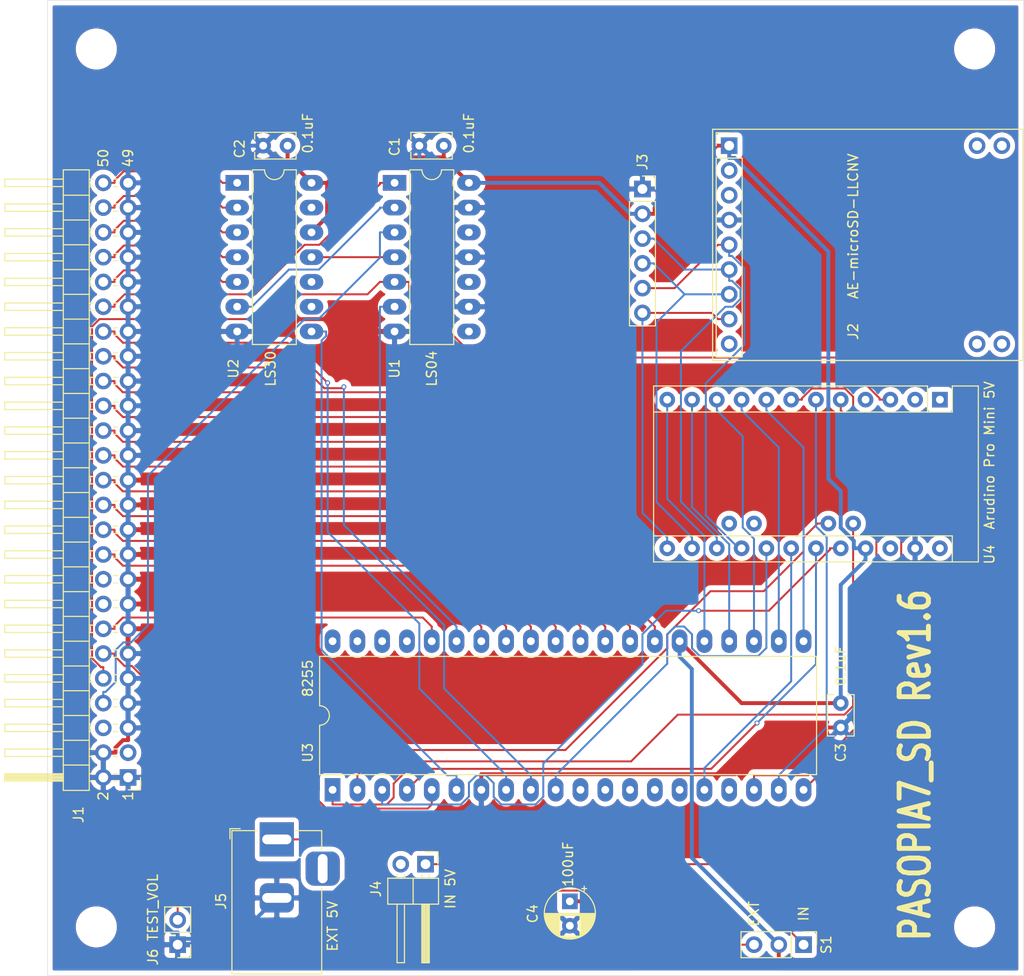
<source format=kicad_pcb>
(kicad_pcb (version 20171130) (host pcbnew "(5.1.9)-1")
  (layers (0 F.Cu signal) (31 B.Cu signal) (34 B.Paste user) (35 F.Paste user) (36 B.SilkS user hide) (37 F.SilkS user) (38 B.Mask user) (39 F.Mask user) (44 Edge.Cuts user))
  (net 0 "")
  (net 1 +5V)
  (net 2 GND)
  (net 3 "Net-(U1-Pad2)")
  (net 4 "Net-(U1-Pad6)")
  (net 5 "Net-(U2-Pad8)")
  (net 6 /SCK)
  (net 7 /MISO)
  (net 8 /MOSI)
  (net 9 /CS)
  (net 10 /CZIORQ)
  (net 11 /CZRST)
  (net 12 /CZRD)
  (net 13 /CZWR)
  (net 14 /CZDB0)
  (net 15 /CZDB1)
  (net 16 /CZDB2)
  (net 17 /CZDB3)
  (net 18 /CZDB4)
  (net 19 /CZDB5)
  (net 20 /CZDB6)
  (net 21 /CZDB7)
  (net 22 /CZAD0)
  (net 23 /CZAD1)
  (net 24 /CZAD2)
  (net 25 /CZAD3)
  (net 26 /CZAD4)
  (net 27 /CZAD5)
  (net 28 /CZAD6)
  (net 29 /CZAD7)
  (net 30 "Net-(U1-Pad4)")
  (net 31 "Net-(U3-Pad1)")
  (net 32 "Net-(U3-Pad21)")
  (net 33 "Net-(U3-Pad2)")
  (net 34 "Net-(U3-Pad22)")
  (net 35 "Net-(U3-Pad3)")
  (net 36 "Net-(U3-Pad23)")
  (net 37 "Net-(U3-Pad4)")
  (net 38 "Net-(U3-Pad24)")
  (net 39 "Net-(U3-Pad25)")
  (net 40 "Net-(U3-Pad10)")
  (net 41 "Net-(U3-Pad16)")
  (net 42 "Net-(U3-Pad18)")
  (net 43 "Net-(U3-Pad19)")
  (net 44 "Net-(U3-Pad20)")
  (net 45 "Net-(J4-Pad1)")
  (net 46 "Net-(J5-Pad1)")
  (module Capacitor_THT:C_Rect_L4.0mm_W2.5mm_P2.50mm (layer F.Cu) (at 168.91 127 270)
    (fp_text reference C3 (at 5.08 0 90 unlocked) (layer F.SilkS))
    (fp_text value 0.1uF (at -3.81 0 90 unlocked) (layer F.SilkS))
    (pad 1 thru_hole circle (at 0 0 270) (size 1.6 1.6) (drill 0.8) (layers *.Cu *.Mask) (net 1 +5V))
    (pad 2 thru_hole circle (at 2.5 0 270) (size 1.6 1.6) (drill 0.8) (layers *.Cu *.Mask) (net 2 GND))
  )
  (module Package_DIP:DIP-40_W15.24mm_LongPads (layer F.Cu) (at 116.84 135.89 90)
    (fp_text reference U3 (at 3.81 -2.54 90 unlocked) (layer F.SilkS))
    (fp_text value 8255 (at 11.43 -2.54 90 unlocked) (layer F.SilkS))
    (pad 1 thru_hole rect (at 0 0 90) (size 2.4 1.6) (drill 0.8) (layers *.Cu *.Mask) (net 31 "Net-(U3-Pad1)"))
    (pad 21 thru_hole oval (at 15.24 48.26 90) (size 2.4 1.6) (drill 0.8) (layers *.Cu *.Mask) (net 32 "Net-(U3-Pad21)"))
    (pad 2 thru_hole oval (at 0 2.54 90) (size 2.4 1.6) (drill 0.8) (layers *.Cu *.Mask) (net 33 "Net-(U3-Pad2)"))
    (pad 22 thru_hole oval (at 15.24 45.72 90) (size 2.4 1.6) (drill 0.8) (layers *.Cu *.Mask) (net 34 "Net-(U3-Pad22)"))
    (pad 3 thru_hole oval (at 0 5.08 90) (size 2.4 1.6) (drill 0.8) (layers *.Cu *.Mask) (net 35 "Net-(U3-Pad3)"))
    (pad 23 thru_hole oval (at 15.24 43.18 90) (size 2.4 1.6) (drill 0.8) (layers *.Cu *.Mask) (net 36 "Net-(U3-Pad23)"))
    (pad 4 thru_hole oval (at 0 7.62 90) (size 2.4 1.6) (drill 0.8) (layers *.Cu *.Mask) (net 37 "Net-(U3-Pad4)"))
    (pad 24 thru_hole oval (at 15.24 40.64 90) (size 2.4 1.6) (drill 0.8) (layers *.Cu *.Mask) (net 38 "Net-(U3-Pad24)"))
    (pad 5 thru_hole oval (at 0 10.16 90) (size 2.4 1.6) (drill 0.8) (layers *.Cu *.Mask) (net 12 /CZRD))
    (pad 25 thru_hole oval (at 15.24 38.1 90) (size 2.4 1.6) (drill 0.8) (layers *.Cu *.Mask) (net 39 "Net-(U3-Pad25)"))
    (pad 6 thru_hole oval (at 0 12.7 90) (size 2.4 1.6) (drill 0.8) (layers *.Cu *.Mask) (net 5 "Net-(U2-Pad8)"))
    (pad 26 thru_hole oval (at 15.24 35.56 90) (size 2.4 1.6) (drill 0.8) (layers *.Cu *.Mask) (net 1 +5V))
    (pad 7 thru_hole oval (at 0 15.24 90) (size 2.4 1.6) (drill 0.8) (layers *.Cu *.Mask) (net 2 GND))
    (pad 27 thru_hole oval (at 15.24 33.02 90) (size 2.4 1.6) (drill 0.8) (layers *.Cu *.Mask) (net 21 /CZDB7))
    (pad 8 thru_hole oval (at 0 17.78 90) (size 2.4 1.6) (drill 0.8) (layers *.Cu *.Mask) (net 23 /CZAD1))
    (pad 28 thru_hole oval (at 15.24 30.48 90) (size 2.4 1.6) (drill 0.8) (layers *.Cu *.Mask) (net 20 /CZDB6))
    (pad 9 thru_hole oval (at 0 20.32 90) (size 2.4 1.6) (drill 0.8) (layers *.Cu *.Mask) (net 22 /CZAD0))
    (pad 29 thru_hole oval (at 15.24 27.94 90) (size 2.4 1.6) (drill 0.8) (layers *.Cu *.Mask) (net 19 /CZDB5))
    (pad 10 thru_hole oval (at 0 22.86 90) (size 2.4 1.6) (drill 0.8) (layers *.Cu *.Mask) (net 40 "Net-(U3-Pad10)"))
    (pad 30 thru_hole oval (at 15.24 25.4 90) (size 2.4 1.6) (drill 0.8) (layers *.Cu *.Mask) (net 18 /CZDB4))
    (pad 11 thru_hole oval (at 0 25.4 90) (size 2.4 1.6) (drill 0.8) (layers *.Cu *.Mask))
    (pad 31 thru_hole oval (at 15.24 22.86 90) (size 2.4 1.6) (drill 0.8) (layers *.Cu *.Mask) (net 17 /CZDB3))
    (pad 12 thru_hole oval (at 0 27.94 90) (size 2.4 1.6) (drill 0.8) (layers *.Cu *.Mask))
    (pad 32 thru_hole oval (at 15.24 20.32 90) (size 2.4 1.6) (drill 0.8) (layers *.Cu *.Mask) (net 16 /CZDB2))
    (pad 13 thru_hole oval (at 0 30.48 90) (size 2.4 1.6) (drill 0.8) (layers *.Cu *.Mask))
    (pad 33 thru_hole oval (at 15.24 17.78 90) (size 2.4 1.6) (drill 0.8) (layers *.Cu *.Mask) (net 15 /CZDB1))
    (pad 14 thru_hole oval (at 0 33.02 90) (size 2.4 1.6) (drill 0.8) (layers *.Cu *.Mask))
    (pad 34 thru_hole oval (at 15.24 15.24 90) (size 2.4 1.6) (drill 0.8) (layers *.Cu *.Mask) (net 14 /CZDB0))
    (pad 15 thru_hole oval (at 0 35.56 90) (size 2.4 1.6) (drill 0.8) (layers *.Cu *.Mask))
    (pad 35 thru_hole oval (at 15.24 12.7 90) (size 2.4 1.6) (drill 0.8) (layers *.Cu *.Mask) (net 4 "Net-(U1-Pad6)"))
    (pad 16 thru_hole oval (at 0 38.1 90) (size 2.4 1.6) (drill 0.8) (layers *.Cu *.Mask) (net 41 "Net-(U3-Pad16)"))
    (pad 36 thru_hole oval (at 15.24 10.16 90) (size 2.4 1.6) (drill 0.8) (layers *.Cu *.Mask) (net 13 /CZWR))
    (pad 17 thru_hole oval (at 0 40.64 90) (size 2.4 1.6) (drill 0.8) (layers *.Cu *.Mask))
    (pad 37 thru_hole oval (at 15.24 7.62 90) (size 2.4 1.6) (drill 0.8) (layers *.Cu *.Mask))
    (pad 18 thru_hole oval (at 0 43.18 90) (size 2.4 1.6) (drill 0.8) (layers *.Cu *.Mask) (net 42 "Net-(U3-Pad18)"))
    (pad 38 thru_hole oval (at 15.24 5.08 90) (size 2.4 1.6) (drill 0.8) (layers *.Cu *.Mask))
    (pad 19 thru_hole oval (at 0 45.72 90) (size 2.4 1.6) (drill 0.8) (layers *.Cu *.Mask) (net 43 "Net-(U3-Pad19)"))
    (pad 39 thru_hole oval (at 15.24 2.54 90) (size 2.4 1.6) (drill 0.8) (layers *.Cu *.Mask))
    (pad 20 thru_hole oval (at 0 48.26 90) (size 2.4 1.6) (drill 0.8) (layers *.Cu *.Mask) (net 44 "Net-(U3-Pad20)"))
    (pad 40 thru_hole oval (at 15.24 0 90) (size 2.4 1.6) (drill 0.8) (layers *.Cu *.Mask))
  )
  (module MountingHole:MountingHole_3.2mm_M3 (layer F.Cu) (at 92.63 59.94)
    (fp_text reference MH4 hide)
    (fp_text value MountingHole_3.2mm_M3 hide)
    (pad 1 np_thru_hole circle (at 0 0) (size 3.2 3.2) (drill 3.2) (layers *.Cu *.Mask))
  )
  (module MountingHole:MountingHole_3.2mm_M3 (layer F.Cu) (at 182.63 59.94)
    (fp_text reference MH3 hide)
    (fp_text value MountingHole_3.2mm_M3 hide)
    (pad 1 np_thru_hole circle (at 0 0) (size 3.2 3.2) (drill 3.2) (layers *.Cu *.Mask))
  )
  (module MountingHole:MountingHole_3.2mm_M3 (layer F.Cu) (at 182.63 149.94)
    (fp_text reference MH2 hide)
    (fp_text value MountingHole_3.2mm_M3 hide)
    (pad 1 np_thru_hole circle (at 0 0) (size 3.2 3.2) (drill 3.2) (layers *.Cu *.Mask))
  )
  (module MountingHole:MountingHole_3.2mm_M3 (layer F.Cu) (at 92.63 149.94)
    (fp_text reference MH1 hide)
    (fp_text value MountingHole_3.2mm_M3 hide)
    (pad 1 np_thru_hole circle (at 0 0) (size 3.2 3.2) (drill 3.2) (layers *.Cu *.Mask))
  )
  (module Capacitor_THT:CP_Radial_D5.0mm_P2.50mm (layer F.Cu) (at 141.151 147.32 270)
    (fp_text reference C4 (at 1.27 3.81 90 unlocked) (layer F.SilkS))
    (fp_text value 100uF)
    (pad 1 thru_hole rect (at 0 0 270) (size 1.6 1.6) (drill 0.8) (layers *.Cu *.Mask) (net 1 +5V))
    (pad 2 thru_hole circle (at 2.5 0 270) (size 1.6 1.6) (drill 0.8) (layers *.Cu *.Mask) (net 2 GND))
  )
  (module Capacitor_THT:C_Rect_L4.0mm_W2.5mm_P2.50mm (layer F.Cu) (at 125.73 69.85)
    (fp_text reference C1 (at -2.54 0.105 90 unlocked) (layer F.SilkS))
    (fp_text value 0.1uF)
    (pad 1 thru_hole circle (at 0 0) (size 1.6 1.6) (drill 0.8) (layers *.Cu *.Mask) (net 2 GND))
    (pad 2 thru_hole circle (at 2.5 0) (size 1.6 1.6) (drill 0.8) (layers *.Cu *.Mask) (net 1 +5V))
  )
  (module Capacitor_THT:C_Rect_L4.0mm_W2.5mm_P2.50mm (layer F.Cu) (at 109.728 69.85)
    (fp_text reference C2 (at -2.413 0.317 90 unlocked) (layer F.SilkS))
    (fp_text value 0.1uF)
    (pad 2 thru_hole circle (at 2.5 0) (size 1.6 1.6) (drill 0.8) (layers *.Cu *.Mask) (net 1 +5V))
    (pad 1 thru_hole circle (at 0 0) (size 1.6 1.6) (drill 0.8) (layers *.Cu *.Mask) (net 2 GND))
  )
  (module Connector_PinHeader_2.54mm:PinHeader_2x25_P2.54mm_Horizontal (layer F.Cu) (at 95.885 134.62 180)
    (fp_text reference J1 (at 5.08 -3.81 90 unlocked) (layer F.SilkS))
    (fp_text value "PASOPIA7 BUS")
    (pad 50 thru_hole oval (at 2.54 60.96 180) (size 1.7 1.7) (drill 1) (layers *.Cu *.Mask) (net 29 /CZAD7))
    (pad 49 thru_hole oval (at 0 60.96 180) (size 1.7 1.7) (drill 1) (layers *.Cu *.Mask) (net 2 GND))
    (pad 48 thru_hole oval (at 2.54 58.42 180) (size 1.7 1.7) (drill 1) (layers *.Cu *.Mask) (net 28 /CZAD6))
    (pad 47 thru_hole oval (at 0 58.42 180) (size 1.7 1.7) (drill 1) (layers *.Cu *.Mask) (net 2 GND))
    (pad 46 thru_hole oval (at 2.54 55.88 180) (size 1.7 1.7) (drill 1) (layers *.Cu *.Mask) (net 27 /CZAD5))
    (pad 45 thru_hole oval (at 0 55.88 180) (size 1.7 1.7) (drill 1) (layers *.Cu *.Mask) (net 2 GND))
    (pad 44 thru_hole oval (at 2.54 53.34 180) (size 1.7 1.7) (drill 1) (layers *.Cu *.Mask) (net 26 /CZAD4))
    (pad 43 thru_hole oval (at 0 53.34 180) (size 1.7 1.7) (drill 1) (layers *.Cu *.Mask) (net 2 GND))
    (pad 42 thru_hole oval (at 2.54 50.8 180) (size 1.7 1.7) (drill 1) (layers *.Cu *.Mask) (net 25 /CZAD3))
    (pad 41 thru_hole oval (at 0 50.8 180) (size 1.7 1.7) (drill 1) (layers *.Cu *.Mask) (net 2 GND))
    (pad 40 thru_hole oval (at 2.54 48.26 180) (size 1.7 1.7) (drill 1) (layers *.Cu *.Mask) (net 24 /CZAD2))
    (pad 39 thru_hole oval (at 0 48.26 180) (size 1.7 1.7) (drill 1) (layers *.Cu *.Mask) (net 2 GND))
    (pad 38 thru_hole oval (at 2.54 45.72 180) (size 1.7 1.7) (drill 1) (layers *.Cu *.Mask) (net 23 /CZAD1))
    (pad 37 thru_hole oval (at 0 45.72 180) (size 1.7 1.7) (drill 1) (layers *.Cu *.Mask) (net 2 GND))
    (pad 36 thru_hole oval (at 2.54 43.18 180) (size 1.7 1.7) (drill 1) (layers *.Cu *.Mask) (net 22 /CZAD0))
    (pad 35 thru_hole oval (at 0 43.18 180) (size 1.7 1.7) (drill 1) (layers *.Cu *.Mask) (net 2 GND))
    (pad 34 thru_hole oval (at 2.54 40.64 180) (size 1.7 1.7) (drill 1) (layers *.Cu *.Mask) (net 21 /CZDB7))
    (pad 33 thru_hole oval (at 0 40.64 180) (size 1.7 1.7) (drill 1) (layers *.Cu *.Mask) (net 2 GND))
    (pad 32 thru_hole oval (at 2.54 38.1 180) (size 1.7 1.7) (drill 1) (layers *.Cu *.Mask) (net 20 /CZDB6))
    (pad 31 thru_hole oval (at 0 38.1 180) (size 1.7 1.7) (drill 1) (layers *.Cu *.Mask) (net 2 GND))
    (pad 30 thru_hole oval (at 2.54 35.56 180) (size 1.7 1.7) (drill 1) (layers *.Cu *.Mask) (net 19 /CZDB5))
    (pad 29 thru_hole oval (at 0 35.56 180) (size 1.7 1.7) (drill 1) (layers *.Cu *.Mask) (net 2 GND))
    (pad 28 thru_hole oval (at 2.54 33.02 180) (size 1.7 1.7) (drill 1) (layers *.Cu *.Mask) (net 18 /CZDB4))
    (pad 27 thru_hole oval (at 0 33.02 180) (size 1.7 1.7) (drill 1) (layers *.Cu *.Mask) (net 2 GND))
    (pad 26 thru_hole oval (at 2.54 30.48 180) (size 1.7 1.7) (drill 1) (layers *.Cu *.Mask) (net 17 /CZDB3))
    (pad 25 thru_hole oval (at 0 30.48 180) (size 1.7 1.7) (drill 1) (layers *.Cu *.Mask) (net 2 GND))
    (pad 24 thru_hole oval (at 2.54 27.94 180) (size 1.7 1.7) (drill 1) (layers *.Cu *.Mask) (net 16 /CZDB2))
    (pad 23 thru_hole oval (at 0 27.94 180) (size 1.7 1.7) (drill 1) (layers *.Cu *.Mask) (net 2 GND))
    (pad 22 thru_hole oval (at 2.54 25.4 180) (size 1.7 1.7) (drill 1) (layers *.Cu *.Mask) (net 15 /CZDB1))
    (pad 21 thru_hole oval (at 0 25.4 180) (size 1.7 1.7) (drill 1) (layers *.Cu *.Mask) (net 2 GND))
    (pad 20 thru_hole oval (at 2.54 22.86 180) (size 1.7 1.7) (drill 1) (layers *.Cu *.Mask) (net 14 /CZDB0))
    (pad 19 thru_hole oval (at 0 22.86 180) (size 1.7 1.7) (drill 1) (layers *.Cu *.Mask) (net 2 GND))
    (pad 18 thru_hole oval (at 2.54 20.32 180) (size 1.7 1.7) (drill 1) (layers *.Cu *.Mask))
    (pad 17 thru_hole oval (at 0 20.32 180) (size 1.7 1.7) (drill 1) (layers *.Cu *.Mask) (net 2 GND))
    (pad 16 thru_hole oval (at 2.54 17.78 180) (size 1.7 1.7) (drill 1) (layers *.Cu *.Mask))
    (pad 15 thru_hole oval (at 0 17.78 180) (size 1.7 1.7) (drill 1) (layers *.Cu *.Mask) (net 2 GND))
    (pad 14 thru_hole oval (at 2.54 15.24 180) (size 1.7 1.7) (drill 1) (layers *.Cu *.Mask) (net 13 /CZWR))
    (pad 13 thru_hole oval (at 0 15.24 180) (size 1.7 1.7) (drill 1) (layers *.Cu *.Mask) (net 2 GND))
    (pad 12 thru_hole oval (at 2.54 12.7 180) (size 1.7 1.7) (drill 1) (layers *.Cu *.Mask) (net 12 /CZRD))
    (pad 11 thru_hole oval (at 0 12.7 180) (size 1.7 1.7) (drill 1) (layers *.Cu *.Mask) (net 2 GND))
    (pad 10 thru_hole oval (at 2.54 10.16 180) (size 1.7 1.7) (drill 1) (layers *.Cu *.Mask) (net 11 /CZRST))
    (pad 9 thru_hole oval (at 0 10.16 180) (size 1.7 1.7) (drill 1) (layers *.Cu *.Mask) (net 2 GND))
    (pad 8 thru_hole oval (at 2.54 7.62 180) (size 1.7 1.7) (drill 1) (layers *.Cu *.Mask) (net 10 /CZIORQ))
    (pad 7 thru_hole oval (at 0 7.62 180) (size 1.7 1.7) (drill 1) (layers *.Cu *.Mask) (net 2 GND))
    (pad 6 thru_hole oval (at 2.54 5.08 180) (size 1.7 1.7) (drill 1) (layers *.Cu *.Mask))
    (pad 5 thru_hole oval (at 0 5.08 180) (size 1.7 1.7) (drill 1) (layers *.Cu *.Mask) (net 2 GND))
    (pad 4 thru_hole oval (at 2.54 2.54 180) (size 1.7 1.7) (drill 1) (layers *.Cu *.Mask) (net 2 GND))
    (pad 3 thru_hole oval (at 0 2.54 180) (size 1.7 1.7) (drill 1) (layers *.Cu *.Mask))
    (pad 2 thru_hole oval (at 2.54 0 180) (size 1.7 1.7) (drill 1) (layers *.Cu *.Mask) (net 2 GND))
    (pad 1 thru_hole rect (at 0 0 180) (size 1.7 1.7) (drill 1) (layers *.Cu *.Mask) (net 2 GND))
  )
  (module Package_DIP:DIP-14_W7.62mm_LongPads (layer F.Cu) (at 107.061 73.66)
    (fp_text reference U2 (at -0.381 19.05 90 unlocked) (layer F.SilkS))
    (fp_text value 74LS30)
    (pad 1 thru_hole rect (at 0 0) (size 2.4 1.6) (drill 0.8) (layers *.Cu *.Mask) (net 29 /CZAD7))
    (pad 8 thru_hole oval (at 7.62 15.24) (size 2.4 1.6) (drill 0.8) (layers *.Cu *.Mask) (net 5 "Net-(U2-Pad8)"))
    (pad 2 thru_hole oval (at 0 2.54) (size 2.4 1.6) (drill 0.8) (layers *.Cu *.Mask) (net 28 /CZAD6))
    (pad 9 thru_hole oval (at 7.62 12.7) (size 2.4 1.6) (drill 0.8) (layers *.Cu *.Mask))
    (pad 3 thru_hole oval (at 0 5.08) (size 2.4 1.6) (drill 0.8) (layers *.Cu *.Mask) (net 27 /CZAD5))
    (pad 10 thru_hole oval (at 7.62 10.16) (size 2.4 1.6) (drill 0.8) (layers *.Cu *.Mask))
    (pad 4 thru_hole oval (at 0 7.62) (size 2.4 1.6) (drill 0.8) (layers *.Cu *.Mask) (net 26 /CZAD4))
    (pad 11 thru_hole oval (at 7.62 7.62) (size 2.4 1.6) (drill 0.8) (layers *.Cu *.Mask) (net 30 "Net-(U1-Pad4)"))
    (pad 5 thru_hole oval (at 0 10.16) (size 2.4 1.6) (drill 0.8) (layers *.Cu *.Mask) (net 25 /CZAD3))
    (pad 12 thru_hole oval (at 7.62 5.08) (size 2.4 1.6) (drill 0.8) (layers *.Cu *.Mask) (net 1 +5V))
    (pad 6 thru_hole oval (at 0 12.7) (size 2.4 1.6) (drill 0.8) (layers *.Cu *.Mask) (net 3 "Net-(U1-Pad2)"))
    (pad 13 thru_hole oval (at 7.62 2.54) (size 2.4 1.6) (drill 0.8) (layers *.Cu *.Mask))
    (pad 7 thru_hole oval (at 0 15.24) (size 2.4 1.6) (drill 0.8) (layers *.Cu *.Mask) (net 2 GND))
    (pad 14 thru_hole oval (at 7.62 0) (size 2.4 1.6) (drill 0.8) (layers *.Cu *.Mask) (net 1 +5V))
  )
  (module Kicad:AE-microSD-LLCNV (layer F.Cu) (at 157.48 90.17 180)
    (fp_text reference J2 (at -12.7 1.27 90) (layer F.SilkS))
    (fp_text value Micro_SD_Card_Kit hide)
    (fp_text user AE-microSD-LLCNV (at -12.7 12.065 90 unlocked) (layer F.SilkS))
    (pad 1 thru_hole rect (at 0 20.32) (size 1.7 1.7) (drill 1) (layers *.Cu *.Mask) (net 1 +5V))
    (pad 2 thru_hole oval (at 0 17.78) (size 1.7 1.7) (drill 1) (layers *.Cu *.Mask))
    (pad 3 thru_hole oval (at 0 15.24) (size 1.7 1.7) (drill 1) (layers *.Cu *.Mask))
    (pad 4 thru_hole oval (at 0 12.7) (size 1.7 1.7) (drill 1) (layers *.Cu *.Mask) (net 2 GND))
    (pad 5 thru_hole oval (at 0 10.16) (size 1.7 1.7) (drill 1) (layers *.Cu *.Mask) (net 6 /SCK))
    (pad 6 thru_hole oval (at 0 7.62) (size 1.7 1.7) (drill 1) (layers *.Cu *.Mask) (net 7 /MISO))
    (pad 7 thru_hole oval (at 0 5.08) (size 1.7 1.7) (drill 1) (layers *.Cu *.Mask) (net 8 /MOSI))
    (pad 8 thru_hole oval (at 0 2.54) (size 1.7 1.7) (drill 1) (layers *.Cu *.Mask) (net 9 /CS))
    (pad 9 thru_hole oval (at 0 0) (size 1.7 1.7) (drill 1) (layers *.Cu *.Mask))
    (pad "" thru_hole oval (at -27.94 0 180) (size 1.7 1.7) (drill 1) (layers *.Cu *.Mask))
    (pad "" thru_hole oval (at -25.4 0 180) (size 1.7 1.7) (drill 1) (layers *.Cu *.Mask))
    (pad "" thru_hole oval (at -27.94 20.32 180) (size 1.7 1.7) (drill 1) (layers *.Cu *.Mask))
    (pad "" thru_hole oval (at -25.4 20.32 180) (size 1.7 1.7) (drill 1) (layers *.Cu *.Mask))
  )
  (module Kicad:Arduino_Pro_Mini (layer F.Cu) (at 179.07 95.885 270)
    (fp_text reference U4 (at 15.875 -5.08 270) (layer F.SilkS))
    (fp_text value Arduino_Pro_Mini_5V)
    (pad 1 thru_hole rect (at 0 0 270) (size 1.6 1.6) (drill 0.8) (layers *.Cu *.Mask))
    (pad 2 thru_hole oval (at 0 2.54 270) (size 1.6 1.6) (drill 0.8) (layers *.Cu *.Mask))
    (pad 3 thru_hole oval (at 0 5.08 270) (size 1.6 1.6) (drill 0.8) (layers *.Cu *.Mask) (net 11 /CZRST))
    (pad 13 thru_hole oval (at 15.24 27.94 270) (size 1.6 1.6) (drill 0.8) (layers *.Cu *.Mask) (net 9 /CS))
    (pad 4 thru_hole oval (at 0 7.62 270) (size 1.6 1.6) (drill 0.8) (layers *.Cu *.Mask))
    (pad 14 thru_hole oval (at 15.24 25.4 270) (size 1.6 1.6) (drill 0.8) (layers *.Cu *.Mask) (net 8 /MOSI))
    (pad 5 thru_hole oval (at 0 10.16 270) (size 1.6 1.6) (drill 0.8) (layers *.Cu *.Mask) (net 42 "Net-(U3-Pad18)"))
    (pad 15 thru_hole oval (at 15.24 22.86 270) (size 1.6 1.6) (drill 0.8) (layers *.Cu *.Mask) (net 7 /MISO))
    (pad 6 thru_hole oval (at 0 12.7 270) (size 1.6 1.6) (drill 0.8) (layers *.Cu *.Mask) (net 43 "Net-(U3-Pad19)"))
    (pad 16 thru_hole oval (at 15.24 20.32 270) (size 1.6 1.6) (drill 0.8) (layers *.Cu *.Mask) (net 6 /SCK))
    (pad 7 thru_hole oval (at 0 15.24 270) (size 1.6 1.6) (drill 0.8) (layers *.Cu *.Mask) (net 44 "Net-(U3-Pad20)"))
    (pad 17 thru_hole oval (at 15.24 17.78 270) (size 1.6 1.6) (drill 0.8) (layers *.Cu *.Mask) (net 40 "Net-(U3-Pad10)"))
    (pad 8 thru_hole oval (at 0 17.78 270) (size 1.6 1.6) (drill 0.8) (layers *.Cu *.Mask) (net 32 "Net-(U3-Pad21)"))
    (pad 18 thru_hole oval (at 15.24 15.24 270) (size 1.6 1.6) (drill 0.8) (layers *.Cu *.Mask) (net 41 "Net-(U3-Pad16)"))
    (pad 9 thru_hole oval (at 0 20.32 270) (size 1.6 1.6) (drill 0.8) (layers *.Cu *.Mask) (net 34 "Net-(U3-Pad22)"))
    (pad 19 thru_hole oval (at 15.24 12.7 270) (size 1.6 1.6) (drill 0.8) (layers *.Cu *.Mask) (net 37 "Net-(U3-Pad4)"))
    (pad 10 thru_hole oval (at 0 22.86 270) (size 1.6 1.6) (drill 0.8) (layers *.Cu *.Mask) (net 36 "Net-(U3-Pad23)"))
    (pad 20 thru_hole oval (at 15.24 10.16 270) (size 1.6 1.6) (drill 0.8) (layers *.Cu *.Mask) (net 35 "Net-(U3-Pad3)"))
    (pad 11 thru_hole oval (at 0 25.4 270) (size 1.6 1.6) (drill 0.8) (layers *.Cu *.Mask) (net 38 "Net-(U3-Pad24)"))
    (pad 21 thru_hole oval (at 15.24 7.62 270) (size 1.6 1.6) (drill 0.8) (layers *.Cu *.Mask) (net 1 +5V))
    (pad 12 thru_hole oval (at 0 27.94 270) (size 1.6 1.6) (drill 0.8) (layers *.Cu *.Mask) (net 39 "Net-(U3-Pad25)"))
    (pad 22 thru_hole oval (at 15.24 5.08 270) (size 1.6 1.6) (drill 0.8) (layers *.Cu *.Mask))
    (pad 23 thru_hole oval (at 15.24 2.54 270) (size 1.6 1.6) (drill 0.8) (layers *.Cu *.Mask) (net 2 GND))
    (pad 24 thru_hole oval (at 15.24 0 270) (size 1.6 1.6) (drill 0.8) (layers *.Cu *.Mask))
    (pad A5 thru_hole oval (at 12.7 8.89 270) (size 1.6 1.6) (drill 0.8) (layers *.Cu *.Mask) (net 31 "Net-(U3-Pad1)"))
    (pad A4 thru_hole oval (at 12.7 11.43 270) (size 1.6 1.6) (drill 0.8) (layers *.Cu *.Mask) (net 33 "Net-(U3-Pad2)"))
    (pad A7 thru_hole oval (at 12.7 19.05 270) (size 1.6 1.6) (drill 0.8) (layers *.Cu *.Mask))
    (pad A6 thru_hole oval (at 12.7 21.59 270) (size 1.6 1.6) (drill 0.8) (layers *.Cu *.Mask))
  )
  (module Connector_PinSocket_2.54mm:PinSocket_1x06_P2.54mm_Vertical (layer F.Cu) (at 148.59 74.295)
    (fp_text reference J3 (at 0 -2.77 90 unlocked) (layer F.SilkS))
    (fp_text value "MicroSD Card Adapter")
    (pad 1 thru_hole rect (at 0 0) (size 1.7 1.7) (drill 1) (layers *.Cu *.Mask) (net 2 GND))
    (pad 2 thru_hole oval (at 0 2.54) (size 1.7 1.7) (drill 1) (layers *.Cu *.Mask) (net 1 +5V))
    (pad 3 thru_hole oval (at 0 5.08) (size 1.7 1.7) (drill 1) (layers *.Cu *.Mask) (net 7 /MISO))
    (pad 4 thru_hole oval (at 0 7.62) (size 1.7 1.7) (drill 1) (layers *.Cu *.Mask) (net 8 /MOSI))
    (pad 5 thru_hole oval (at 0 10.16) (size 1.7 1.7) (drill 1) (layers *.Cu *.Mask) (net 6 /SCK))
    (pad 6 thru_hole oval (at 0 12.7) (size 1.7 1.7) (drill 1) (layers *.Cu *.Mask) (net 9 /CS))
  )
  (module Connector_PinHeader_2.54mm:PinHeader_1x02_P2.54mm_Horizontal (layer F.Cu) (at 126.365 143.51 270)
    (fp_text reference J4 (at 2.54 5.08 90) (layer F.SilkS))
    (fp_text value "IN 5V")
    (pad 1 thru_hole rect (at 0 0 270) (size 1.7 1.7) (drill 1) (layers *.Cu *.Mask) (net 45 "Net-(J4-Pad1)"))
    (pad 2 thru_hole oval (at 0 2.54 270) (size 1.7 1.7) (drill 1) (layers *.Cu *.Mask))
  )
  (module Package_DIP:DIP-14_W7.62mm_LongPads (layer F.Cu) (at 123.19 73.66)
    (fp_text reference U1 (at 0 19.05 90 unlocked) (layer F.SilkS))
    (fp_text value 74LS04)
    (pad 1 thru_hole rect (at 0 0) (size 2.4 1.6) (drill 0.8) (layers *.Cu *.Mask) (net 24 /CZAD2))
    (pad 8 thru_hole oval (at 7.62 15.24) (size 2.4 1.6) (drill 0.8) (layers *.Cu *.Mask))
    (pad 2 thru_hole oval (at 0 2.54) (size 2.4 1.6) (drill 0.8) (layers *.Cu *.Mask) (net 3 "Net-(U1-Pad2)"))
    (pad 9 thru_hole oval (at 7.62 12.7) (size 2.4 1.6) (drill 0.8) (layers *.Cu *.Mask) (net 2 GND))
    (pad 3 thru_hole oval (at 0 5.08) (size 2.4 1.6) (drill 0.8) (layers *.Cu *.Mask) (net 10 /CZIORQ))
    (pad 10 thru_hole oval (at 7.62 10.16) (size 2.4 1.6) (drill 0.8) (layers *.Cu *.Mask))
    (pad 4 thru_hole oval (at 0 7.62) (size 2.4 1.6) (drill 0.8) (layers *.Cu *.Mask) (net 30 "Net-(U1-Pad4)"))
    (pad 11 thru_hole oval (at 7.62 7.62) (size 2.4 1.6) (drill 0.8) (layers *.Cu *.Mask) (net 2 GND))
    (pad 5 thru_hole oval (at 0 10.16) (size 2.4 1.6) (drill 0.8) (layers *.Cu *.Mask) (net 11 /CZRST))
    (pad 12 thru_hole oval (at 7.62 5.08) (size 2.4 1.6) (drill 0.8) (layers *.Cu *.Mask))
    (pad 6 thru_hole oval (at 0 12.7) (size 2.4 1.6) (drill 0.8) (layers *.Cu *.Mask) (net 4 "Net-(U1-Pad6)"))
    (pad 13 thru_hole oval (at 7.62 2.54) (size 2.4 1.6) (drill 0.8) (layers *.Cu *.Mask) (net 2 GND))
    (pad 7 thru_hole oval (at 0 15.24) (size 2.4 1.6) (drill 0.8) (layers *.Cu *.Mask) (net 2 GND))
    (pad 14 thru_hole oval (at 7.62 0) (size 2.4 1.6) (drill 0.8) (layers *.Cu *.Mask) (net 1 +5V))
  )
  (module Connector_BarrelJack:BarrelJack_Horizontal (layer F.Cu) (at 111.125 140.97 90)
    (fp_text reference J5 (at -6.35 -5.715 90) (layer F.SilkS))
    (fp_text value "EXT 5V")
    (pad 1 thru_hole rect (at 0 0 90) (size 3.5 3.5) (drill oval 1 3) (layers *.Cu *.Mask) (net 46 "Net-(J5-Pad1)"))
    (pad 2 thru_hole roundrect (at -6 0 90) (size 3 3.5) (drill oval 1 3) (layers *.Cu *.Mask) (net 2 GND))
    (pad 3 thru_hole roundrect (at -3 4.7 90) (size 3.5 3.5) (drill oval 3 1) (layers *.Cu *.Mask))
  )
  (module Connector_PinHeader_2.54mm:PinHeader_1x03_P2.54mm_Vertical (layer F.Cu) (at 165.1 151.765 270)
    (fp_text reference S1 (at 0 -2.33 90) (layer F.SilkS))
    (fp_text value "IN / OUT")
    (pad 1 thru_hole rect (at 0 0 270) (size 1.7 1.7) (drill 1) (layers *.Cu *.Mask) (net 45 "Net-(J4-Pad1)"))
    (pad 2 thru_hole oval (at 0 2.54 270) (size 1.7 1.7) (drill 1) (layers *.Cu *.Mask) (net 1 +5V))
    (pad 3 thru_hole oval (at 0 5.08 270) (size 1.7 1.7) (drill 1) (layers *.Cu *.Mask) (net 46 "Net-(J5-Pad1)"))
  )
  (module Connector_PinHeader_2.54mm:PinHeader_1x02_P2.54mm_Vertical (layer F.Cu) (at 100.965 151.765 180)
    (fp_text reference J6 (at 2.54 -1.27 90) (layer F.SilkS))
    (fp_text value TEST_VOL)
    (pad 1 thru_hole rect (at 0 0 180) (size 1.7 1.7) (drill 1) (layers *.Cu *.Mask) (net 2 GND))
    (pad 2 thru_hole oval (at 0 2.54 180) (size 1.7 1.7) (drill 1) (layers *.Cu *.Mask) (net 12 /CZRD))
  )
  (gr_text TEST_VOL (at 98.425 147.955 90) (layer F.SilkS) (effects (font (size 1 1))))
  (gr_text 49 (at 95.885 71.12 90) (layer F.SilkS) (effects (font (size 1 1))))
  (gr_text 50 (at 93.345 71.12 90) (layer F.SilkS) (effects (font (size 1 1))))
  (gr_text 2 (at 93.345 136.525 90) (layer F.SilkS) (effects (font (size 1 1))))
  (gr_text 1 (at 95.885 136.525 90) (layer F.SilkS) (effects (font (size 1 1))))
  (gr_text LS04 (at 127 92.71 90) (layer F.SilkS) (effects (font (size 1 1))))
  (gr_text "Arudino Pro Mini 5V" (at 184.15 101.6 90) (layer F.SilkS) (effects (font (size 1 1))))
  (gr_text IN (at 165.1 148.59 90) (layer F.SilkS) (effects (font (size 1 1))))
  (gr_text EXT (at 160.02 148.59 90) (layer F.SilkS) (effects (font (size 1 1))))
  (gr_text "EXT 5V" (at 116.84 149.86 90) (layer F.SilkS) (effects (font (size 1 1))))
  (gr_text "IN 5V" (at 128.905 146.05 90) (layer F.SilkS) (effects (font (size 1 1))))
  (gr_text 100uF (at 140.97 143.51 90) (layer F.SilkS) (effects (font (size 1 1))))
  (gr_text 0.1uF (at 130.81 68.58 90) (layer F.SilkS) (effects (font (size 1 1))))
  (gr_text 0.1uF (at 114.3 68.58 90) (layer F.SilkS) (effects (font (size 1 1))))
  (gr_text LS30 (at 110.49 92.71 90) (layer F.SilkS) (effects (font (size 1 1))))
  (gr_text "PASOPIA7_SD Rev1.6" (at 176.53 133.35 90) (layer F.SilkS) (effects (font (size 3 2.3) (thickness 0.5))))
  (gr_line (start 87.63 54.94) (end 87.63 154.94) (layer Edge.Cuts) (width 0.05))
  (gr_line (start 187.63 154.94) (end 187.63 54.94) (layer Edge.Cuts) (width 0.05))
  (gr_line (start 87.63 154.94) (end 187.63 154.94) (layer Edge.Cuts) (width 0.05))
  (gr_line (start 187.63 54.94) (end 87.63 54.94) (layer Edge.Cuts) (width 0.05))
  (segment (start 168.91 127) (end 158.75 127) (width 0.4) (layer F.Cu) (net 1))
  (segment (start 158.75 127) (end 152.4 120.65) (width 0.4) (layer F.Cu) (net 1))
  (segment (start 112.228 69.85) (end 112.228 71.207) (width 0.4) (layer F.Cu) (net 1))
  (segment (start 112.228 71.207) (end 114.681 73.66) (width 0.4) (layer F.Cu) (net 1))
  (segment (start 168.91 127) (end 168.91 114.865) (width 0.4) (layer B.Cu) (net 1))
  (segment (start 168.91 114.865) (end 171.45 112.325) (width 0.4) (layer B.Cu) (net 1))
  (segment (start 171.45 112.325) (end 171.45 111.125) (width 0.4) (layer B.Cu) (net 1))
  (segment (start 152.4 120.65) (end 152.4 122.25) (width 0.4) (layer B.Cu) (net 1))
  (segment (start 152.4 122.25) (end 153.65 123.501) (width 0.4) (layer B.Cu) (net 1))
  (segment (start 128.23 69.85) (end 128.23 71.0504) (width 0.4) (layer F.Cu) (net 1))
  (segment (start 128.23 71.0504) (end 128.23 71.08) (width 0.4) (layer F.Cu) (net 1))
  (segment (start 128.23 71.08) (end 130.81 73.66) (width 0.4) (layer F.Cu) (net 1))
  (segment (start 128.23 71.0504) (end 118.891 71.0504) (width 0.4) (layer F.Cu) (net 1))
  (segment (start 118.891 71.0504) (end 116.281 73.66) (width 0.4) (layer F.Cu) (net 1))
  (segment (start 114.681 73.66) (end 116.281 73.66) (width 0.4) (layer F.Cu) (net 1))
  (segment (start 116.281 73.66) (end 116.281 77.1397) (width 0.4) (layer F.Cu) (net 1))
  (segment (start 116.281 77.1397) (end 114.681 78.74) (width 0.4) (layer F.Cu) (net 1))
  (segment (start 130.81 73.66) (end 144.165 73.66) (width 0.4) (layer B.Cu) (net 1))
  (segment (start 144.165 73.66) (end 147.34 76.835) (width 0.4) (layer B.Cu) (net 1))
  (segment (start 147.34 76.835) (end 148.59 76.835) (width 0.4) (layer B.Cu) (net 1))
  (segment (start 157.48 69.85) (end 156.23 69.85) (width 0.4) (layer F.Cu) (net 1))
  (segment (start 156.23 69.85) (end 149.84 76.2394) (width 0.4) (layer F.Cu) (net 1))
  (segment (start 149.84 76.2394) (end 149.84 76.835) (width 0.4) (layer F.Cu) (net 1))
  (segment (start 149.84 76.835) (end 148.59 76.835) (width 0.4) (layer F.Cu) (net 1))
  (segment (start 157.48 69.85) (end 157.48 71.1003) (width 0.4) (layer B.Cu) (net 1))
  (segment (start 157.48 71.1003) (end 158.027 71.1003) (width 0.4) (layer B.Cu) (net 1))
  (segment (start 158.027 71.1003) (end 167.64 80.7133) (width 0.4) (layer B.Cu) (net 1))
  (segment (start 167.64 80.7133) (end 167.64 104.005) (width 0.4) (layer B.Cu) (net 1))
  (segment (start 167.64 104.005) (end 168.91 105.275) (width 0.4) (layer B.Cu) (net 1))
  (segment (start 168.91 105.275) (end 168.91 109.021) (width 0.4) (layer B.Cu) (net 1))
  (segment (start 168.91 109.021) (end 170.25 110.36) (width 0.4) (layer B.Cu) (net 1))
  (segment (start 170.25 110.36) (end 170.25 111.125) (width 0.4) (layer B.Cu) (net 1))
  (segment (start 170.25 111.125) (end 171.45 111.125) (width 0.4) (layer B.Cu) (net 1))
  (segment (start 153.65 142.855) (end 162.56 151.765) (width 0.4) (layer B.Cu) (net 1))
  (segment (start 153.65 123.501) (end 153.65 142.855) (width 0.4) (layer B.Cu) (net 1))
  (segment (start 162.56 153.289) (end 162.56 151.765) (width 0.4) (layer F.Cu) (net 1))
  (segment (start 162.179 153.67) (end 162.56 153.289) (width 0.4) (layer F.Cu) (net 1))
  (segment (start 148.717 153.67) (end 162.179 153.67) (width 0.4) (layer F.Cu) (net 1))
  (segment (start 148.0803 153.0333) (end 148.717 153.67) (width 0.4) (layer F.Cu) (net 1))
  (segment (start 148.0646 153.0333) (end 148.0803 153.0333) (width 0.4) (layer F.Cu) (net 1))
  (segment (start 142.3513 147.32) (end 148.0646 153.0333) (width 0.4) (layer F.Cu) (net 1))
  (segment (start 141.151 147.32) (end 142.3513 147.32) (width 0.4) (layer F.Cu) (net 1))
  (segment (start 132.08 138.2603) (end 134.3244 138.2603) (width 0.4) (layer B.Cu) (net 2))
  (segment (start 134.3244 138.2603) (end 142.3694 146.3053) (width 0.4) (layer B.Cu) (net 2))
  (segment (start 142.3694 146.3053) (end 142.3694 148.6016) (width 0.4) (layer B.Cu) (net 2))
  (segment (start 142.3694 148.6016) (end 141.151 149.82) (width 0.4) (layer B.Cu) (net 2))
  (segment (start 111.125 146.97) (end 116.3987 146.97) (width 0.4) (layer B.Cu) (net 2))
  (segment (start 116.3987 146.97) (end 125.1084 138.2603) (width 0.4) (layer B.Cu) (net 2))
  (segment (start 125.1084 138.2603) (end 132.08 138.2603) (width 0.4) (layer B.Cu) (net 2))
  (segment (start 132.08 138.2603) (end 132.08 137.4903) (width 0.4) (layer B.Cu) (net 2))
  (segment (start 100.965 151.1668) (end 106.9282 151.1668) (width 0.4) (layer B.Cu) (net 2))
  (segment (start 106.9282 151.1668) (end 111.125 146.97) (width 0.4) (layer B.Cu) (net 2))
  (segment (start 132.08 135.89) (end 132.08 137.4903) (width 0.4) (layer B.Cu) (net 2))
  (segment (start 100.965 151.1668) (end 100.965 150.515) (width 0.4) (layer B.Cu) (net 2))
  (segment (start 100.965 150.515) (end 100.418 150.515) (width 0.4) (layer B.Cu) (net 2))
  (segment (start 100.418 150.515) (end 95.885 145.982) (width 0.4) (layer B.Cu) (net 2))
  (segment (start 95.885 145.982) (end 95.885 134.62) (width 0.4) (layer B.Cu) (net 2))
  (segment (start 100.965 151.765) (end 100.965 151.1668) (width 0.4) (layer B.Cu) (net 2))
  (segment (start 132.08 135.89) (end 132.08 134.29) (width 0.4) (layer F.Cu) (net 2))
  (segment (start 132.08 134.29) (end 158.062 134.29) (width 0.4) (layer F.Cu) (net 2))
  (segment (start 158.062 134.29) (end 162.852 129.5) (width 0.4) (layer F.Cu) (net 2))
  (segment (start 162.852 129.5) (end 168.91 129.5) (width 0.4) (layer F.Cu) (net 2))
  (segment (start 93.345 134.62) (end 93.345 132.08) (width 0.4) (layer B.Cu) (net 2))
  (segment (start 93.345 132.08) (end 94.5953 132.08) (width 0.4) (layer F.Cu) (net 2))
  (segment (start 94.5953 132.08) (end 94.5953 131.562) (width 0.4) (layer F.Cu) (net 2))
  (segment (start 94.5953 131.562) (end 95.3669 130.79) (width 0.4) (layer F.Cu) (net 2))
  (segment (start 95.3669 130.79) (end 95.885 130.79) (width 0.4) (layer F.Cu) (net 2))
  (segment (start 95.885 130.79) (end 95.885 129.54) (width 0.4) (layer F.Cu) (net 2))
  (segment (start 95.885 129.54) (end 95.885 127) (width 0.4) (layer B.Cu) (net 2))
  (segment (start 95.885 127) (end 95.885 124.46) (width 0.4) (layer F.Cu) (net 2))
  (segment (start 95.885 124.46) (end 95.885 121.92) (width 0.4) (layer B.Cu) (net 2))
  (segment (start 95.885 121.92) (end 95.885 119.38) (width 0.4) (layer F.Cu) (net 2))
  (segment (start 95.885 119.38) (end 95.885 116.84) (width 0.4) (layer B.Cu) (net 2))
  (segment (start 95.885 116.84) (end 95.885 114.3) (width 0.4) (layer B.Cu) (net 2))
  (segment (start 95.885 114.3) (end 95.885 111.76) (width 0.4) (layer B.Cu) (net 2))
  (segment (start 95.885 111.76) (end 95.885 109.22) (width 0.4) (layer B.Cu) (net 2))
  (segment (start 95.885 104.14) (end 95.885 101.6) (width 0.4) (layer B.Cu) (net 2))
  (segment (start 95.885 101.6) (end 95.885 99.06) (width 0.4) (layer B.Cu) (net 2))
  (segment (start 95.885 99.06) (end 95.885 96.52) (width 0.4) (layer B.Cu) (net 2))
  (segment (start 95.885 96.52) (end 95.885 93.98) (width 0.4) (layer B.Cu) (net 2))
  (segment (start 95.885 93.98) (end 95.885 91.44) (width 0.4) (layer B.Cu) (net 2))
  (segment (start 95.885 91.44) (end 95.885 88.9) (width 0.4) (layer B.Cu) (net 2))
  (segment (start 95.885 88.9) (end 95.885 86.36) (width 0.4) (layer B.Cu) (net 2))
  (segment (start 95.885 86.36) (end 95.885 83.82) (width 0.4) (layer B.Cu) (net 2))
  (segment (start 95.885 83.82) (end 95.885 81.28) (width 0.4) (layer B.Cu) (net 2))
  (segment (start 95.885 81.28) (end 95.885 78.74) (width 0.4) (layer B.Cu) (net 2))
  (segment (start 95.885 78.74) (end 95.885 76.2) (width 0.4) (layer B.Cu) (net 2))
  (segment (start 148.59 74.295) (end 134.315 74.295) (width 0.4) (layer F.Cu) (net 2))
  (segment (start 134.315 74.295) (end 132.41 76.2) (width 0.4) (layer F.Cu) (net 2))
  (segment (start 132.41 76.2) (end 130.81 76.2) (width 0.4) (layer F.Cu) (net 2))
  (segment (start 148.59 74.295) (end 153.055 74.295) (width 0.4) (layer B.Cu) (net 2))
  (segment (start 153.055 74.295) (end 156.23 77.47) (width 0.4) (layer B.Cu) (net 2))
  (segment (start 156.23 77.47) (end 157.48 77.47) (width 0.4) (layer B.Cu) (net 2))
  (segment (start 168.91 129.5) (end 176.53 121.88) (width 0.4) (layer B.Cu) (net 2))
  (segment (start 176.53 121.88) (end 176.53 111.125) (width 0.4) (layer B.Cu) (net 2))
  (segment (start 95.885 76.2) (end 95.885 73.66) (width 0.4) (layer B.Cu) (net 2))
  (segment (start 95.885 73.66) (end 97.1353 73.66) (width 0.4) (layer B.Cu) (net 2))
  (segment (start 97.1353 73.66) (end 100.945 69.85) (width 0.4) (layer B.Cu) (net 2))
  (segment (start 100.945 69.85) (end 109.728 69.85) (width 0.4) (layer B.Cu) (net 2))
  (segment (start 95.885 88.9) (end 107.061 88.9) (width 0.4) (layer F.Cu) (net 2))
  (segment (start 107.061 88.9) (end 109.897 88.9) (width 0.4) (layer F.Cu) (net 2))
  (segment (start 109.897 88.9) (end 111.167 87.6301) (width 0.4) (layer F.Cu) (net 2))
  (segment (start 111.167 87.6301) (end 120.32 87.6301) (width 0.4) (layer F.Cu) (net 2))
  (segment (start 120.32 87.6301) (end 121.59 88.9) (width 0.4) (layer F.Cu) (net 2))
  (segment (start 121.59 88.9) (end 123.19 88.9) (width 0.4) (layer F.Cu) (net 2))
  (segment (start 93.345 134.62) (end 95.885 134.62) (width 0.4) (layer F.Cu) (net 2))
  (segment (start 130.81 86.36) (end 129.21 86.36) (width 0.4) (layer B.Cu) (net 2))
  (segment (start 123.19 88.9) (end 124.79 88.9) (width 0.4) (layer B.Cu) (net 2))
  (segment (start 124.79 88.9) (end 127.33 86.36) (width 0.4) (layer B.Cu) (net 2))
  (segment (start 127.33 86.36) (end 129.21 86.36) (width 0.4) (layer B.Cu) (net 2))
  (segment (start 130.81 81.28) (end 129.21 81.28) (width 0.4) (layer B.Cu) (net 2))
  (segment (start 129.21 86.36) (end 129.21 81.28) (width 0.4) (layer B.Cu) (net 2))
  (segment (start 129.21 76.2) (end 129.21 81.28) (width 0.4) (layer B.Cu) (net 2))
  (segment (start 130.81 76.2) (end 129.21 76.2) (width 0.4) (layer B.Cu) (net 2))
  (segment (start 129.21 76.2) (end 125.73 72.7203) (width 0.4) (layer B.Cu) (net 2))
  (segment (start 125.73 72.7203) (end 125.73 69.85) (width 0.4) (layer B.Cu) (net 2))
  (segment (start 95.885 104.14) (end 95.885 106.68) (width 0.4) (layer B.Cu) (net 2))
  (segment (start 95.885 109.22) (end 95.885 106.68) (width 0.4) (layer B.Cu) (net 2))
  (segment (start 123.19 76.2) (end 121.69 76.2) (width 0.2) (layer B.Cu) (net 3))
  (segment (start 121.69 76.2) (end 121.69 76.2938) (width 0.2) (layer B.Cu) (net 3))
  (segment (start 121.69 76.2938) (end 115.434 82.55) (width 0.2) (layer B.Cu) (net 3))
  (segment (start 115.434 82.55) (end 112.371 82.55) (width 0.2) (layer B.Cu) (net 3))
  (segment (start 112.371 82.55) (end 108.561 86.36) (width 0.2) (layer B.Cu) (net 3))
  (segment (start 108.561 86.36) (end 107.061 86.36) (width 0.2) (layer B.Cu) (net 3))
  (segment (start 123.19 86.36) (end 121.69 86.36) (width 0.2) (layer B.Cu) (net 4))
  (segment (start 121.69 86.36) (end 121.69 111.299) (width 0.2) (layer B.Cu) (net 4))
  (segment (start 121.69 111.299) (end 129.54 119.15) (width 0.2) (layer B.Cu) (net 4))
  (segment (start 129.54 119.15) (end 129.54 120.65) (width 0.2) (layer B.Cu) (net 4))
  (segment (start 114.681 88.9) (end 116.181 88.9) (width 0.2) (layer B.Cu) (net 5))
  (segment (start 116.181 88.9) (end 116.181 89.3558) (width 0.2) (layer B.Cu) (net 5))
  (segment (start 116.181 89.3558) (end 115.712 89.8246) (width 0.2) (layer B.Cu) (net 5))
  (segment (start 115.712 89.8246) (end 115.712 121.54) (width 0.2) (layer B.Cu) (net 5))
  (segment (start 115.712 121.54) (end 128.562 134.39) (width 0.2) (layer B.Cu) (net 5))
  (segment (start 128.562 134.39) (end 129.54 134.39) (width 0.2) (layer B.Cu) (net 5))
  (segment (start 129.54 134.39) (end 129.54 135.89) (width 0.2) (layer B.Cu) (net 5))
  (segment (start 148.59 84.455) (end 151.885 84.455) (width 0.2) (layer F.Cu) (net 6))
  (segment (start 151.885 84.455) (end 156.33 80.01) (width 0.2) (layer F.Cu) (net 6))
  (segment (start 156.33 80.01) (end 157.48 80.01) (width 0.2) (layer F.Cu) (net 6))
  (segment (start 157.48 80.01) (end 157.48 81.1603) (width 0.2) (layer B.Cu) (net 6))
  (segment (start 157.48 81.1603) (end 157.768 81.1603) (width 0.2) (layer B.Cu) (net 6))
  (segment (start 157.768 81.1603) (end 159.037 82.4298) (width 0.2) (layer B.Cu) (net 6))
  (segment (start 159.037 82.4298) (end 159.037 90.2497) (width 0.2) (layer B.Cu) (net 6))
  (segment (start 159.037 90.2497) (end 155.083 94.2034) (width 0.2) (layer B.Cu) (net 6))
  (segment (start 155.083 94.2034) (end 155.083 107.75) (width 0.2) (layer B.Cu) (net 6))
  (segment (start 155.083 107.75) (end 158.458 111.125) (width 0.2) (layer B.Cu) (net 6))
  (segment (start 158.458 111.125) (end 158.75 111.125) (width 0.2) (layer B.Cu) (net 6))
  (segment (start 148.59 79.375) (end 149.74 79.375) (width 0.2) (layer B.Cu) (net 7))
  (segment (start 149.74 79.375) (end 152.915 82.55) (width 0.2) (layer B.Cu) (net 7))
  (segment (start 152.915 82.55) (end 157.48 82.55) (width 0.2) (layer B.Cu) (net 7))
  (segment (start 156.21 111.125) (end 156.21 110.025) (width 0.2) (layer B.Cu) (net 7))
  (segment (start 156.21 110.025) (end 152.534 106.348) (width 0.2) (layer B.Cu) (net 7))
  (segment (start 152.534 106.348) (end 152.534 90.9119) (width 0.2) (layer B.Cu) (net 7))
  (segment (start 152.534 90.9119) (end 157.086 86.36) (width 0.2) (layer B.Cu) (net 7))
  (segment (start 157.086 86.36) (end 157.842 86.36) (width 0.2) (layer B.Cu) (net 7))
  (segment (start 157.842 86.36) (end 158.637 85.565) (width 0.2) (layer B.Cu) (net 7))
  (segment (start 158.637 85.565) (end 158.637 84.5694) (width 0.2) (layer B.Cu) (net 7))
  (segment (start 158.637 84.5694) (end 157.768 83.7003) (width 0.2) (layer B.Cu) (net 7))
  (segment (start 157.768 83.7003) (end 157.48 83.7003) (width 0.2) (layer B.Cu) (net 7))
  (segment (start 157.48 83.7003) (end 157.48 82.55) (width 0.2) (layer B.Cu) (net 7))
  (segment (start 152.915 85.09) (end 150.029 87.9763) (width 0.2) (layer B.Cu) (net 8))
  (segment (start 150.029 87.9763) (end 150.029 106.384) (width 0.2) (layer B.Cu) (net 8))
  (segment (start 150.029 106.384) (end 153.67 110.025) (width 0.2) (layer B.Cu) (net 8))
  (segment (start 153.67 110.025) (end 153.67 111.125) (width 0.2) (layer B.Cu) (net 8))
  (segment (start 148.59 81.915) (end 149.74 81.915) (width 0.2) (layer B.Cu) (net 8))
  (segment (start 149.74 81.915) (end 152.915 85.09) (width 0.2) (layer B.Cu) (net 8))
  (segment (start 152.915 85.09) (end 157.48 85.09) (width 0.2) (layer B.Cu) (net 8))
  (segment (start 148.59 86.995) (end 155.695 86.995) (width 0.2) (layer F.Cu) (net 9))
  (segment (start 155.695 86.995) (end 156.33 87.63) (width 0.2) (layer F.Cu) (net 9))
  (segment (start 156.33 87.63) (end 157.48 87.63) (width 0.2) (layer F.Cu) (net 9))
  (segment (start 148.59 86.995) (end 148.59 107.485) (width 0.2) (layer B.Cu) (net 9))
  (segment (start 148.59 107.485) (end 151.13 110.025) (width 0.2) (layer B.Cu) (net 9))
  (segment (start 151.13 110.025) (end 151.13 111.125) (width 0.2) (layer B.Cu) (net 9))
  (segment (start 123.19 78.74) (end 121.69 78.74) (width 0.2) (layer B.Cu) (net 10))
  (segment (start 121.69 78.74) (end 121.69 81.3389) (width 0.2) (layer B.Cu) (net 10))
  (segment (start 121.69 81.3389) (end 115.399 87.63) (width 0.2) (layer B.Cu) (net 10))
  (segment (start 115.399 87.63) (end 113.98 87.63) (width 0.2) (layer B.Cu) (net 10))
  (segment (start 113.98 87.63) (end 97.9191 103.691) (width 0.2) (layer B.Cu) (net 10))
  (segment (start 97.9191 103.691) (end 97.9191 119.036) (width 0.2) (layer B.Cu) (net 10))
  (segment (start 97.9191 119.036) (end 96.1856 120.77) (width 0.2) (layer B.Cu) (net 10))
  (segment (start 96.1856 120.77) (end 95.4002 120.77) (width 0.2) (layer B.Cu) (net 10))
  (segment (start 95.4002 120.77) (end 94.615 121.555) (width 0.2) (layer B.Cu) (net 10))
  (segment (start 94.615 121.555) (end 94.615 124.818) (width 0.2) (layer B.Cu) (net 10))
  (segment (start 94.615 124.818) (end 93.5833 125.85) (width 0.2) (layer B.Cu) (net 10))
  (segment (start 93.5833 125.85) (end 93.345 125.85) (width 0.2) (layer B.Cu) (net 10))
  (segment (start 93.345 125.85) (end 93.345 127) (width 0.2) (layer B.Cu) (net 10))
  (segment (start 123.19 83.82) (end 121.69 83.82) (width 0.2) (layer F.Cu) (net 11))
  (segment (start 121.69 83.82) (end 120.42 85.09) (width 0.2) (layer F.Cu) (net 11))
  (segment (start 120.42 85.09) (end 110.914 85.09) (width 0.2) (layer F.Cu) (net 11))
  (segment (start 110.914 85.09) (end 108.374 87.63) (width 0.2) (layer F.Cu) (net 11))
  (segment (start 108.374 87.63) (end 92.953 87.63) (width 0.2) (layer F.Cu) (net 11))
  (segment (start 92.953 87.63) (end 92.1931 88.3899) (width 0.2) (layer F.Cu) (net 11))
  (segment (start 92.1931 88.3899) (end 92.1931 122.396) (width 0.2) (layer F.Cu) (net 11))
  (segment (start 92.1931 122.396) (end 93.1066 123.31) (width 0.2) (layer F.Cu) (net 11))
  (segment (start 93.1066 123.31) (end 93.345 123.31) (width 0.2) (layer F.Cu) (net 11))
  (segment (start 93.345 123.31) (end 93.345 124.46) (width 0.2) (layer F.Cu) (net 11))
  (segment (start 173.99 95.885) (end 172.89 95.885) (width 0.2) (layer F.Cu) (net 11))
  (segment (start 172.89 95.885) (end 172.89 95.7475) (width 0.2) (layer F.Cu) (net 11))
  (segment (start 172.89 95.7475) (end 168.711 91.5689) (width 0.2) (layer F.Cu) (net 11))
  (segment (start 168.711 91.5689) (end 131.461 91.5689) (width 0.2) (layer F.Cu) (net 11))
  (segment (start 131.461 91.5689) (end 124.69 84.7981) (width 0.2) (layer F.Cu) (net 11))
  (segment (start 124.69 84.7981) (end 124.69 83.82) (width 0.2) (layer F.Cu) (net 11))
  (segment (start 124.69 83.82) (end 123.19 83.82) (width 0.2) (layer F.Cu) (net 11))
  (segment (start 100.965 137.8085) (end 100.965 127.8888) (width 0.2) (layer F.Cu) (net 12))
  (segment (start 100.965 127.8888) (end 96.2662 123.19) (width 0.2) (layer F.Cu) (net 12))
  (segment (start 96.2662 123.19) (end 95.5269 123.19) (width 0.2) (layer F.Cu) (net 12))
  (segment (start 95.5269 123.19) (end 94.4953 122.1584) (width 0.2) (layer F.Cu) (net 12))
  (segment (start 94.4953 122.1584) (end 94.4953 121.92) (width 0.2) (layer F.Cu) (net 12))
  (segment (start 100.965 149.225) (end 100.965 137.8085) (width 0.2) (layer F.Cu) (net 12))
  (segment (start 126.5818 137.8085) (end 127 137.3903) (width 0.2) (layer F.Cu) (net 12))
  (segment (start 127 135.89) (end 127 137.3903) (width 0.2) (layer F.Cu) (net 12))
  (segment (start 93.345 121.92) (end 94.4953 121.92) (width 0.2) (layer F.Cu) (net 12))
  (segment (start 106.298798 127.8888) (end 100.965 127.8888) (width 0.2) (layer F.Cu) (net 12))
  (segment (start 116.218498 137.8085) (end 106.298798 127.8888) (width 0.2) (layer F.Cu) (net 12))
  (segment (start 126.5818 137.8085) (end 116.218498 137.8085) (width 0.2) (layer F.Cu) (net 12))
  (segment (start 93.345 119.38) (end 94.4953 119.38) (width 0.2) (layer F.Cu) (net 13))
  (segment (start 94.4953 119.38) (end 94.4953 119.092) (width 0.2) (layer F.Cu) (net 13))
  (segment (start 94.4953 119.092) (end 95.3636 118.224) (width 0.2) (layer F.Cu) (net 13))
  (segment (start 95.3636 118.224) (end 126.074 118.224) (width 0.2) (layer F.Cu) (net 13))
  (segment (start 126.074 118.224) (end 127 119.15) (width 0.2) (layer F.Cu) (net 13))
  (segment (start 127 119.15) (end 127 120.65) (width 0.2) (layer F.Cu) (net 13))
  (segment (start 93.345 111.76) (end 94.4953 111.76) (width 0.2) (layer F.Cu) (net 14))
  (segment (start 94.4953 111.76) (end 94.4953 112.048) (width 0.2) (layer F.Cu) (net 14))
  (segment (start 94.4953 112.048) (end 95.3579 112.91) (width 0.2) (layer F.Cu) (net 14))
  (segment (start 95.3579 112.91) (end 125.841 112.91) (width 0.2) (layer F.Cu) (net 14))
  (segment (start 125.841 112.91) (end 132.08 119.15) (width 0.2) (layer F.Cu) (net 14))
  (segment (start 132.08 119.15) (end 132.08 120.65) (width 0.2) (layer F.Cu) (net 14))
  (segment (start 93.345 109.22) (end 94.4953 109.22) (width 0.2) (layer F.Cu) (net 15))
  (segment (start 94.4953 109.22) (end 94.4953 109.508) (width 0.2) (layer F.Cu) (net 15))
  (segment (start 94.4953 109.508) (end 95.3579 110.37) (width 0.2) (layer F.Cu) (net 15))
  (segment (start 95.3579 110.37) (end 125.841 110.37) (width 0.2) (layer F.Cu) (net 15))
  (segment (start 125.841 110.37) (end 134.62 119.15) (width 0.2) (layer F.Cu) (net 15))
  (segment (start 134.62 119.15) (end 134.62 120.65) (width 0.2) (layer F.Cu) (net 15))
  (segment (start 93.345 106.68) (end 94.4953 106.68) (width 0.2) (layer F.Cu) (net 16))
  (segment (start 94.4953 106.68) (end 94.4953 106.968) (width 0.2) (layer F.Cu) (net 16))
  (segment (start 94.4953 106.968) (end 95.3579 107.83) (width 0.2) (layer F.Cu) (net 16))
  (segment (start 95.3579 107.83) (end 125.841 107.83) (width 0.2) (layer F.Cu) (net 16))
  (segment (start 125.841 107.83) (end 137.16 119.15) (width 0.2) (layer F.Cu) (net 16))
  (segment (start 137.16 119.15) (end 137.16 120.65) (width 0.2) (layer F.Cu) (net 16))
  (segment (start 93.345 104.14) (end 94.4953 104.14) (width 0.2) (layer F.Cu) (net 17))
  (segment (start 94.4953 104.14) (end 94.4953 104.428) (width 0.2) (layer F.Cu) (net 17))
  (segment (start 94.4953 104.428) (end 95.3579 105.29) (width 0.2) (layer F.Cu) (net 17))
  (segment (start 95.3579 105.29) (end 125.841 105.29) (width 0.2) (layer F.Cu) (net 17))
  (segment (start 125.841 105.29) (end 139.7 119.15) (width 0.2) (layer F.Cu) (net 17))
  (segment (start 139.7 119.15) (end 139.7 120.65) (width 0.2) (layer F.Cu) (net 17))
  (segment (start 93.345 101.6) (end 94.4953 101.6) (width 0.2) (layer F.Cu) (net 18))
  (segment (start 94.4953 101.6) (end 94.4953 101.888) (width 0.2) (layer F.Cu) (net 18))
  (segment (start 94.4953 101.888) (end 95.3579 102.75) (width 0.2) (layer F.Cu) (net 18))
  (segment (start 95.3579 102.75) (end 125.841 102.75) (width 0.2) (layer F.Cu) (net 18))
  (segment (start 125.841 102.75) (end 142.24 119.15) (width 0.2) (layer F.Cu) (net 18))
  (segment (start 142.24 119.15) (end 142.24 120.65) (width 0.2) (layer F.Cu) (net 18))
  (segment (start 93.345 99.06) (end 94.4953 99.06) (width 0.2) (layer F.Cu) (net 19))
  (segment (start 94.4953 99.06) (end 94.4953 99.3477) (width 0.2) (layer F.Cu) (net 19))
  (segment (start 94.4953 99.3477) (end 95.3579 100.21) (width 0.2) (layer F.Cu) (net 19))
  (segment (start 95.3579 100.21) (end 125.841 100.21) (width 0.2) (layer F.Cu) (net 19))
  (segment (start 125.841 100.21) (end 144.78 119.15) (width 0.2) (layer F.Cu) (net 19))
  (segment (start 144.78 119.15) (end 144.78 120.65) (width 0.2) (layer F.Cu) (net 19))
  (segment (start 93.345 96.52) (end 94.4953 96.52) (width 0.2) (layer F.Cu) (net 20))
  (segment (start 94.4953 96.52) (end 94.4953 96.8077) (width 0.2) (layer F.Cu) (net 20))
  (segment (start 94.4953 96.8077) (end 95.3579 97.6703) (width 0.2) (layer F.Cu) (net 20))
  (segment (start 95.3579 97.6703) (end 125.841 97.6703) (width 0.2) (layer F.Cu) (net 20))
  (segment (start 125.841 97.6703) (end 147.32 119.15) (width 0.2) (layer F.Cu) (net 20))
  (segment (start 147.32 119.15) (end 147.32 120.65) (width 0.2) (layer F.Cu) (net 20))
  (segment (start 93.345 93.98) (end 94.4953 93.98) (width 0.2) (layer F.Cu) (net 21))
  (segment (start 94.4953 93.98) (end 94.4953 94.2677) (width 0.2) (layer F.Cu) (net 21))
  (segment (start 94.4953 94.2677) (end 95.3579 95.1303) (width 0.2) (layer F.Cu) (net 21))
  (segment (start 95.3579 95.1303) (end 125.841 95.1303) (width 0.2) (layer F.Cu) (net 21))
  (segment (start 125.841 95.1303) (end 149.86 119.15) (width 0.2) (layer F.Cu) (net 21))
  (segment (start 149.86 119.15) (end 149.86 120.65) (width 0.2) (layer F.Cu) (net 21))
  (segment (start 137.16 135.89) (end 137.16 134.39) (width 0.2) (layer B.Cu) (net 22))
  (segment (start 137.16 134.39) (end 128.27 125.5) (width 0.2) (layer B.Cu) (net 22))
  (segment (start 128.27 125.5) (end 128.27 119.004) (width 0.2) (layer B.Cu) (net 22))
  (segment (start 128.27 119.004) (end 117.995 108.729) (width 0.2) (layer B.Cu) (net 22))
  (segment (start 117.995 108.729) (end 117.995 94.5705) (width 0.2) (layer B.Cu) (net 22))
  (segment (start 93.345 91.44) (end 94.4953 91.44) (width 0.2) (layer F.Cu) (net 22))
  (segment (start 94.4953 91.44) (end 94.4953 91.7277) (width 0.2) (layer F.Cu) (net 22))
  (segment (start 94.4953 91.7277) (end 95.3579 92.5903) (width 0.2) (layer F.Cu) (net 22))
  (segment (start 95.3579 92.5903) (end 113.863 92.5903) (width 0.2) (layer F.Cu) (net 22))
  (segment (start 113.863 92.5903) (end 115.985 94.7129) (width 0.2) (layer F.Cu) (net 22))
  (segment (start 115.985 94.7129) (end 117.852 94.7129) (width 0.2) (layer F.Cu) (net 22))
  (segment (start 117.852 94.7129) (end 117.995 94.5705) (width 0.2) (layer F.Cu) (net 22))
  (via (at 117.995 94.5705) (size 0.5) (layers F.Cu B.Cu) (net 22))
  (segment (start 93.345 88.9) (end 94.4953 88.9) (width 0.2) (layer F.Cu) (net 23))
  (segment (start 94.4953 88.9) (end 94.4953 89.1877) (width 0.2) (layer F.Cu) (net 23))
  (segment (start 94.4953 89.1877) (end 95.3579 90.0503) (width 0.2) (layer F.Cu) (net 23))
  (segment (start 95.3579 90.0503) (end 112.223 90.0503) (width 0.2) (layer F.Cu) (net 23))
  (segment (start 112.223 90.0503) (end 116.335 94.1625) (width 0.2) (layer F.Cu) (net 23))
  (segment (start 116.335 94.1625) (end 116.335 109.443) (width 0.2) (layer B.Cu) (net 23))
  (segment (start 116.335 109.443) (end 125.73 118.838) (width 0.2) (layer B.Cu) (net 23))
  (segment (start 125.73 118.838) (end 125.73 125.5) (width 0.2) (layer B.Cu) (net 23))
  (segment (start 125.73 125.5) (end 134.62 134.39) (width 0.2) (layer B.Cu) (net 23))
  (segment (start 134.62 134.39) (end 134.62 135.89) (width 0.2) (layer B.Cu) (net 23))
  (via (at 116.335 94.1625) (size 0.5) (layers F.Cu B.Cu) (net 23))
  (segment (start 123.19 73.66) (end 121.69 73.66) (width 0.2) (layer F.Cu) (net 24))
  (segment (start 121.69 73.66) (end 121.69 73.7975) (width 0.2) (layer F.Cu) (net 24))
  (segment (start 121.69 73.7975) (end 115.477 80.01) (width 0.2) (layer F.Cu) (net 24))
  (segment (start 115.477 80.01) (end 113.98 80.01) (width 0.2) (layer F.Cu) (net 24))
  (segment (start 113.98 80.01) (end 108.9 85.09) (width 0.2) (layer F.Cu) (net 24))
  (segment (start 108.9 85.09) (end 95.5269 85.09) (width 0.2) (layer F.Cu) (net 24))
  (segment (start 95.5269 85.09) (end 94.4953 86.1216) (width 0.2) (layer F.Cu) (net 24))
  (segment (start 94.4953 86.1216) (end 94.4953 86.36) (width 0.2) (layer F.Cu) (net 24))
  (segment (start 94.4953 86.36) (end 93.345 86.36) (width 0.2) (layer F.Cu) (net 24))
  (segment (start 107.061 83.82) (end 105.561 83.82) (width 0.2) (layer F.Cu) (net 25))
  (segment (start 105.561 83.82) (end 104.37 82.6294) (width 0.2) (layer F.Cu) (net 25))
  (segment (start 104.37 82.6294) (end 95.4475 82.6294) (width 0.2) (layer F.Cu) (net 25))
  (segment (start 95.4475 82.6294) (end 94.4953 83.5816) (width 0.2) (layer F.Cu) (net 25))
  (segment (start 94.4953 83.5816) (end 94.4953 83.82) (width 0.2) (layer F.Cu) (net 25))
  (segment (start 94.4953 83.82) (end 93.345 83.82) (width 0.2) (layer F.Cu) (net 25))
  (segment (start 107.061 81.28) (end 105.561 81.28) (width 0.2) (layer F.Cu) (net 26))
  (segment (start 105.561 81.28) (end 104.37 80.0894) (width 0.2) (layer F.Cu) (net 26))
  (segment (start 104.37 80.0894) (end 95.4475 80.0894) (width 0.2) (layer F.Cu) (net 26))
  (segment (start 95.4475 80.0894) (end 94.4953 81.0416) (width 0.2) (layer F.Cu) (net 26))
  (segment (start 94.4953 81.0416) (end 94.4953 81.28) (width 0.2) (layer F.Cu) (net 26))
  (segment (start 94.4953 81.28) (end 93.345 81.28) (width 0.2) (layer F.Cu) (net 26))
  (segment (start 107.061 78.74) (end 105.561 78.74) (width 0.2) (layer F.Cu) (net 27))
  (segment (start 105.561 78.74) (end 104.37 77.5494) (width 0.2) (layer F.Cu) (net 27))
  (segment (start 104.37 77.5494) (end 95.4475 77.5494) (width 0.2) (layer F.Cu) (net 27))
  (segment (start 95.4475 77.5494) (end 94.4953 78.5016) (width 0.2) (layer F.Cu) (net 27))
  (segment (start 94.4953 78.5016) (end 94.4953 78.74) (width 0.2) (layer F.Cu) (net 27))
  (segment (start 94.4953 78.74) (end 93.345 78.74) (width 0.2) (layer F.Cu) (net 27))
  (segment (start 107.061 76.2) (end 105.561 76.2) (width 0.2) (layer F.Cu) (net 28))
  (segment (start 105.561 76.2) (end 104.37 75.0094) (width 0.2) (layer F.Cu) (net 28))
  (segment (start 104.37 75.0094) (end 95.4475 75.0094) (width 0.2) (layer F.Cu) (net 28))
  (segment (start 95.4475 75.0094) (end 94.4953 75.9616) (width 0.2) (layer F.Cu) (net 28))
  (segment (start 94.4953 75.9616) (end 94.4953 76.2) (width 0.2) (layer F.Cu) (net 28))
  (segment (start 94.4953 76.2) (end 93.345 76.2) (width 0.2) (layer F.Cu) (net 28))
  (segment (start 107.061 73.66) (end 105.561 73.66) (width 0.2) (layer F.Cu) (net 29))
  (segment (start 105.561 73.66) (end 104.38 72.4795) (width 0.2) (layer F.Cu) (net 29))
  (segment (start 104.38 72.4795) (end 95.4374 72.4795) (width 0.2) (layer F.Cu) (net 29))
  (segment (start 95.4374 72.4795) (end 94.4953 73.4216) (width 0.2) (layer F.Cu) (net 29))
  (segment (start 94.4953 73.4216) (end 94.4953 73.66) (width 0.2) (layer F.Cu) (net 29))
  (segment (start 94.4953 73.66) (end 93.345 73.66) (width 0.2) (layer F.Cu) (net 29))
  (segment (start 123.19 81.28) (end 114.681 81.28) (width 0.2) (layer F.Cu) (net 30))
  (segment (start 116.84 135.89) (end 116.84 137.39) (width 0.2) (layer F.Cu) (net 31))
  (segment (start 116.84 137.39) (end 122.388 137.39) (width 0.2) (layer F.Cu) (net 31))
  (segment (start 122.388 137.39) (end 123.097 136.682) (width 0.2) (layer F.Cu) (net 31))
  (segment (start 123.097 136.682) (end 123.097 135.254) (width 0.2) (layer F.Cu) (net 31))
  (segment (start 123.097 135.254) (end 125.38 132.972) (width 0.2) (layer F.Cu) (net 31))
  (segment (start 125.38 132.972) (end 147.426 132.972) (width 0.2) (layer F.Cu) (net 31))
  (segment (start 147.426 132.972) (end 152.218 128.18) (width 0.2) (layer F.Cu) (net 31))
  (segment (start 152.218 128.18) (end 169.288 128.18) (width 0.2) (layer F.Cu) (net 31))
  (segment (start 169.288 128.18) (end 170.18 127.288) (width 0.2) (layer F.Cu) (net 31))
  (segment (start 170.18 127.288) (end 170.18 108.585) (width 0.2) (layer F.Cu) (net 31))
  (segment (start 161.29 95.885) (end 161.29 96.9853) (width 0.2) (layer B.Cu) (net 32))
  (segment (start 161.29 96.9853) (end 165.1 100.795) (width 0.2) (layer B.Cu) (net 32))
  (segment (start 165.1 100.795) (end 165.1 120.65) (width 0.2) (layer B.Cu) (net 32))
  (segment (start 167.64 108.585) (end 166.54 108.585) (width 0.2) (layer F.Cu) (net 33))
  (segment (start 166.54 108.585) (end 165.1 110.025) (width 0.2) (layer F.Cu) (net 33))
  (segment (start 165.1 110.025) (end 165.1 111.447) (width 0.2) (layer F.Cu) (net 33))
  (segment (start 165.1 111.447) (end 161.018 115.529) (width 0.2) (layer F.Cu) (net 33))
  (segment (start 161.018 115.529) (end 155.559 115.529) (width 0.2) (layer F.Cu) (net 33))
  (segment (start 155.559 115.529) (end 151.13 119.958) (width 0.2) (layer F.Cu) (net 33))
  (segment (start 151.13 119.958) (end 151.13 121.371) (width 0.2) (layer F.Cu) (net 33))
  (segment (start 151.13 121.371) (end 140.695 131.806) (width 0.2) (layer F.Cu) (net 33))
  (segment (start 140.695 131.806) (end 121.964 131.806) (width 0.2) (layer F.Cu) (net 33))
  (segment (start 121.964 131.806) (end 119.38 134.39) (width 0.2) (layer F.Cu) (net 33))
  (segment (start 119.38 134.39) (end 119.38 135.89) (width 0.2) (layer F.Cu) (net 33))
  (segment (start 158.75 95.885) (end 158.75 96.9853) (width 0.2) (layer B.Cu) (net 34))
  (segment (start 158.75 96.9853) (end 162.56 100.795) (width 0.2) (layer B.Cu) (net 34))
  (segment (start 162.56 100.795) (end 162.56 120.65) (width 0.2) (layer B.Cu) (net 34))
  (segment (start 168.91 111.125) (end 167.81 111.125) (width 0.2) (layer F.Cu) (net 35))
  (segment (start 167.81 111.125) (end 167.81 111.262) (width 0.2) (layer F.Cu) (net 35))
  (segment (start 167.81 111.262) (end 161.546 117.526) (width 0.2) (layer F.Cu) (net 35))
  (segment (start 161.546 117.526) (end 154.344 117.526) (width 0.2) (layer F.Cu) (net 35))
  (segment (start 154.344 117.526) (end 150.994 117.526) (width 0.2) (layer B.Cu) (net 35))
  (segment (start 150.994 117.526) (end 148.59 119.93) (width 0.2) (layer B.Cu) (net 35))
  (segment (start 148.59 119.93) (end 148.59 123.027) (width 0.2) (layer B.Cu) (net 35))
  (segment (start 148.59 123.027) (end 138.43 133.187) (width 0.2) (layer B.Cu) (net 35))
  (segment (start 138.43 133.187) (end 138.43 136.602) (width 0.2) (layer B.Cu) (net 35))
  (segment (start 138.43 136.602) (end 137.642 137.39) (width 0.2) (layer B.Cu) (net 35))
  (segment (start 137.642 137.39) (end 134.122 137.39) (width 0.2) (layer B.Cu) (net 35))
  (segment (start 134.122 137.39) (end 133.35 136.619) (width 0.2) (layer B.Cu) (net 35))
  (segment (start 133.35 136.619) (end 133.35 135.203) (width 0.2) (layer B.Cu) (net 35))
  (segment (start 133.35 135.203) (end 132.536 134.39) (width 0.2) (layer B.Cu) (net 35))
  (segment (start 132.536 134.39) (end 131.597 134.39) (width 0.2) (layer B.Cu) (net 35))
  (segment (start 131.597 134.39) (end 130.81 135.177) (width 0.2) (layer B.Cu) (net 35))
  (segment (start 130.81 135.177) (end 130.81 136.577) (width 0.2) (layer B.Cu) (net 35))
  (segment (start 130.81 136.577) (end 129.996 137.39) (width 0.2) (layer B.Cu) (net 35))
  (segment (start 129.996 137.39) (end 121.92 137.39) (width 0.2) (layer B.Cu) (net 35))
  (segment (start 121.92 137.39) (end 121.92 135.89) (width 0.2) (layer B.Cu) (net 35))
  (via (at 154.344 117.526) (size 0.5) (layers F.Cu B.Cu) (net 35))
  (segment (start 156.21 95.885) (end 156.21 96.9853) (width 0.2) (layer B.Cu) (net 36))
  (segment (start 156.21 96.9853) (end 158.867 99.642) (width 0.2) (layer B.Cu) (net 36))
  (segment (start 158.867 99.642) (end 158.867 109) (width 0.2) (layer B.Cu) (net 36))
  (segment (start 158.867 109) (end 160.02 110.153) (width 0.2) (layer B.Cu) (net 36))
  (segment (start 160.02 110.153) (end 160.02 120.65) (width 0.2) (layer B.Cu) (net 36))
  (segment (start 166.37 111.125) (end 166.37 123.002) (width 0.2) (layer B.Cu) (net 37))
  (segment (start 166.37 123.002) (end 160.331 129.041) (width 0.2) (layer B.Cu) (net 37))
  (segment (start 124.46 135.89) (end 126.611 133.739) (width 0.2) (layer F.Cu) (net 37))
  (segment (start 126.611 133.739) (end 155.633 133.739) (width 0.2) (layer F.Cu) (net 37))
  (segment (start 155.633 133.739) (end 160.331 129.041) (width 0.2) (layer F.Cu) (net 37))
  (via (at 160.331 129.041) (size 0.5) (layers F.Cu B.Cu) (net 37))
  (segment (start 153.67 95.885) (end 153.67 106.903) (width 0.2) (layer B.Cu) (net 38))
  (segment (start 153.67 106.903) (end 157.48 110.713) (width 0.2) (layer B.Cu) (net 38))
  (segment (start 157.48 110.713) (end 157.48 120.65) (width 0.2) (layer B.Cu) (net 38))
  (segment (start 151.13 95.885) (end 151.13 106.061) (width 0.2) (layer B.Cu) (net 39))
  (segment (start 151.13 106.061) (end 154.94 109.871) (width 0.2) (layer B.Cu) (net 39))
  (segment (start 154.94 109.871) (end 154.94 120.65) (width 0.2) (layer B.Cu) (net 39))
  (segment (start 161.29 111.125) (end 161.29 121.338) (width 0.2) (layer B.Cu) (net 40))
  (segment (start 161.29 121.338) (end 160.454 122.174) (width 0.2) (layer B.Cu) (net 40))
  (segment (start 160.454 122.174) (end 154.465 122.174) (width 0.2) (layer B.Cu) (net 40))
  (segment (start 154.465 122.174) (end 153.67 121.379) (width 0.2) (layer B.Cu) (net 40))
  (segment (start 153.67 121.379) (end 153.67 119.951) (width 0.2) (layer B.Cu) (net 40))
  (segment (start 153.67 119.951) (end 152.865 119.146) (width 0.2) (layer B.Cu) (net 40))
  (segment (start 152.865 119.146) (end 151.93 119.146) (width 0.2) (layer B.Cu) (net 40))
  (segment (start 151.93 119.146) (end 151.13 119.946) (width 0.2) (layer B.Cu) (net 40))
  (segment (start 151.13 119.946) (end 151.13 122.96) (width 0.2) (layer B.Cu) (net 40))
  (segment (start 151.13 122.96) (end 139.7 134.39) (width 0.2) (layer B.Cu) (net 40))
  (segment (start 139.7 134.39) (end 139.7 135.89) (width 0.2) (layer B.Cu) (net 40))
  (segment (start 154.94 135.89) (end 154.94 133.654) (width 0.2) (layer B.Cu) (net 41))
  (segment (start 154.94 133.654) (end 163.83 124.764) (width 0.2) (layer B.Cu) (net 41))
  (segment (start 163.83 124.764) (end 163.83 111.125) (width 0.2) (layer B.Cu) (net 41))
  (segment (start 168.91 95.885) (end 168.91 96.9853) (width 0.2) (layer F.Cu) (net 42))
  (segment (start 168.91 96.9853) (end 172.562 100.637) (width 0.2) (layer F.Cu) (net 42))
  (segment (start 172.562 100.637) (end 172.562 127.42) (width 0.2) (layer F.Cu) (net 42))
  (segment (start 172.562 127.42) (end 165.593 134.39) (width 0.2) (layer F.Cu) (net 42))
  (segment (start 165.593 134.39) (end 160.02 134.39) (width 0.2) (layer F.Cu) (net 42))
  (segment (start 160.02 134.39) (end 160.02 135.89) (width 0.2) (layer F.Cu) (net 42))
  (segment (start 166.37 95.885) (end 166.37 108.883) (width 0.2) (layer B.Cu) (net 43))
  (segment (start 166.37 108.883) (end 167.47 109.984) (width 0.2) (layer B.Cu) (net 43))
  (segment (start 167.47 109.984) (end 167.47 129.479) (width 0.2) (layer B.Cu) (net 43))
  (segment (start 167.47 129.479) (end 162.56 134.39) (width 0.2) (layer B.Cu) (net 43))
  (segment (start 162.56 134.39) (end 162.56 135.89) (width 0.2) (layer B.Cu) (net 43))
  (segment (start 163.83 95.885) (end 164.93 95.885) (width 0.2) (layer F.Cu) (net 44))
  (segment (start 164.93 95.885) (end 164.93 95.7475) (width 0.2) (layer F.Cu) (net 44))
  (segment (start 164.93 95.7475) (end 165.932 94.7457) (width 0.2) (layer F.Cu) (net 44))
  (segment (start 165.932 94.7457) (end 169.339 94.7457) (width 0.2) (layer F.Cu) (net 44))
  (segment (start 169.339 94.7457) (end 170.18 95.5864) (width 0.2) (layer F.Cu) (net 44))
  (segment (start 170.18 95.5864) (end 170.18 96.8971) (width 0.2) (layer F.Cu) (net 44))
  (segment (start 170.18 96.8971) (end 175.104 101.821) (width 0.2) (layer F.Cu) (net 44))
  (segment (start 175.104 101.821) (end 175.104 125.886) (width 0.2) (layer F.Cu) (net 44))
  (segment (start 175.104 125.886) (end 165.1 135.89) (width 0.2) (layer F.Cu) (net 44))
  (segment (start 156.845 143.51) (end 165.1 151.765) (width 0.2) (layer F.Cu) (net 45))
  (segment (start 126.365 143.51) (end 156.845 143.51) (width 0.2) (layer F.Cu) (net 45))
  (segment (start 152.4 151.765) (end 151.25 151.765) (width 0.2) (layer F.Cu) (net 46))
  (segment (start 151.25 151.765) (end 145.7046 146.2196) (width 0.2) (layer F.Cu) (net 46))
  (segment (start 145.7046 146.2196) (end 123.5492 146.2196) (width 0.2) (layer F.Cu) (net 46))
  (segment (start 123.5492 146.2196) (end 118.2996 140.97) (width 0.2) (layer F.Cu) (net 46))
  (segment (start 118.2996 140.97) (end 111.125 140.97) (width 0.2) (layer F.Cu) (net 46))
  (segment (start 145.7046 146.2196) (end 145.535 146.05) (width 0.2) (layer F.Cu) (net 46))
  (segment (start 152.4 151.765) (end 160.02 151.765) (width 0.2) (layer F.Cu) (net 46))
  (zone (net 2) (net_name GND) (layer F.Cu) (connect_pads (clearance 0.508)) (min_thickness 0.254) (fill yes (arc_segments 32) (thermal_gap 0.508) (thermal_bridge_width 0.508))
    (polygon (pts (xy 187.13 154.44) (xy 88.13 154.44) (xy 88.13 55.44) (xy 187.13 55.44)))
  )
  (zone (net 2) (net_name GND) (layer B.Cu) (connect_pads (clearance 0.508)) (min_thickness 0.254) (fill yes (arc_segments 32) (thermal_gap 0.508) (thermal_bridge_width 0.508))
    (polygon (pts (xy 187.13 154.44) (xy 88.13 154.44) (xy 88.13 55.44) (xy 187.13 55.44)))
  )
)
</source>
